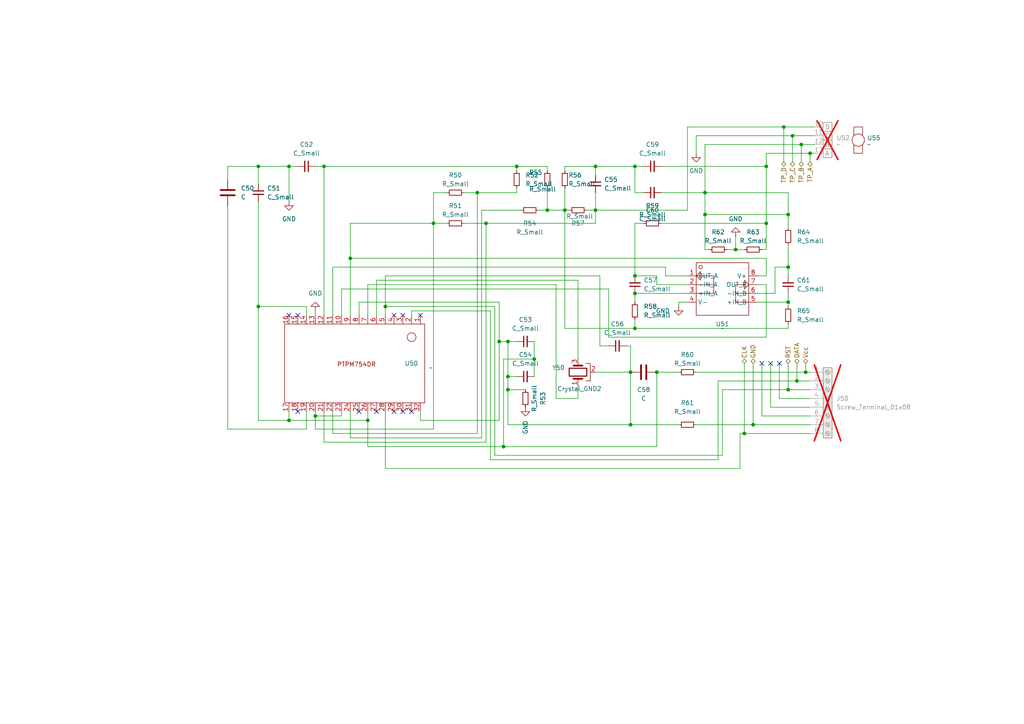
<source format=kicad_sch>
(kicad_sch (version 20250114) (generator "eeschema") (generator_version "9.0")
  (paper "A4")
  (lib_symbols
    (symbol "Connector:Screw_Terminal_01x08" (pin_names (offset 1.016) (hide yes))
      (property "Reference" "J" (at 0 10.16 0))
      (property "Value" "Screw_Terminal_01x08" (at 0 -12.7 0))
      (symbol "Screw_Terminal_01x08_1_1"
        (rectangle (start -1.27 8.89) (end 1.27 -11.43) (stroke (width 0.254)) (fill (type background)))
        (polyline (pts (xy -0.5334 7.9502) (xy 0.3302 7.112)) (stroke (width 0.1524)))
        (polyline (pts (xy -0.5334 5.4102) (xy 0.3302 4.572)) (stroke (width 0.1524)))
        (polyline (pts (xy -0.5334 2.8702) (xy 0.3302 2.032)) (stroke (width 0.1524)))
        (polyline (pts (xy -0.5334 0.3302) (xy 0.3302 -0.508)) (stroke (width 0.1524)))
        (polyline (pts (xy -0.5334 -2.2098) (xy 0.3302 -3.048)) (stroke (width 0.1524)))
        (polyline (pts (xy -0.5334 -4.7498) (xy 0.3302 -5.588)) (stroke (width 0.1524)))
        (polyline (pts (xy -0.5334 -7.2898) (xy 0.3302 -8.128)) (stroke (width 0.1524)))
        (polyline (pts (xy -0.5334 -9.8298) (xy 0.3302 -10.668)) (stroke (width 0.1524)))
        (polyline (pts (xy -0.3556 8.128) (xy 0.508 7.2898)) (stroke (width 0.1524)))
        (polyline (pts (xy -0.3556 5.588) (xy 0.508 4.7498)) (stroke (width 0.1524)))
        (polyline (pts (xy -0.3556 3.048) (xy 0.508 2.2098)) (stroke (width 0.1524)))
        (polyline (pts (xy -0.3556 0.508) (xy 0.508 -0.3302)) (stroke (width 0.1524)))
        (polyline (pts (xy -0.3556 -2.032) (xy 0.508 -2.8702)) (stroke (width 0.1524)))
        (polyline (pts (xy -0.3556 -4.572) (xy 0.508 -5.4102)) (stroke (width 0.1524)))
        (polyline (pts (xy -0.3556 -7.112) (xy 0.508 -7.9502)) (stroke (width 0.1524)))
        (polyline (pts (xy -0.3556 -9.652) (xy 0.508 -10.4902)) (stroke (width 0.1524)))
        (circle (center 0 7.62) (radius 0.635) (stroke (width 0.1524)))
        (circle (center 0 5.08) (radius 0.635) (stroke (width 0.1524)))
        (circle (center 0 2.54) (radius 0.635) (stroke (width 0.1524)))
        (circle (center 0 0) (radius 0.635) (stroke (width 0.1524)))
        (circle (center 0 -2.54) (radius 0.635) (stroke (width 0.1524)))
        (circle (center 0 -5.08) (radius 0.635) (stroke (width 0.1524)))
        (circle (center 0 -7.62) (radius 0.635) (stroke (width 0.1524)))
        (circle (center 0 -10.16) (radius 0.635) (stroke (width 0.1524)))
        (pin passive line (at -5.08 7.62 0) (length 3.81) (name "Pin_1") (number "1"))
        (pin passive line (at -5.08 5.08 0) (length 3.81) (name "Pin_2") (number "2"))
        (pin passive line (at -5.08 2.54 0) (length 3.81) (name "Pin_3") (number "3"))
        (pin passive line (at -5.08 0 0) (length 3.81) (name "Pin_4") (number "4"))
        (pin passive line (at -5.08 -2.54 0) (length 3.81) (name "Pin_5") (number "5"))
        (pin passive line (at -5.08 -5.08 0) (length 3.81) (name "Pin_6") (number "6"))
        (pin passive line (at -5.08 -7.62 0) (length 3.81) (name "Pin_7") (number "7"))
        (pin passive line (at -5.08 -10.16 0) (length 3.81) (name "Pin_8") (number "8"))
      )
    )
    (symbol "Device:C" (pin_numbers (hide yes)) (pin_names (offset 0.254))
      (property "Reference" "C" (at 0.635 2.54 0))
      (property "Value" "C" (at 0.635 -2.54 0))
      (symbol "C_0_1"
        (polyline (pts (xy -2.032 0.762) (xy 2.032 0.762)) (stroke (width 0.508)))
        (polyline (pts (xy -2.032 -0.762) (xy 2.032 -0.762)) (stroke (width 0.508)))
      )
      (symbol "C_1_1"
        (pin passive line (at 0 3.81 270) (length 2.794) (name "~") (number "1"))
        (pin passive line (at 0 -3.81 90) (length 2.794) (name "~") (number "2"))
      )
    )
    (symbol "Device:C_Small" (pin_numbers (hide yes)) (pin_names (offset 0.254) (hide yes))
      (property "Reference" "C" (at 0.254 1.778 0))
      (property "Value" "C_Small" (at 0.254 -2.032 0))
      (symbol "C_Small_0_1"
        (polyline (pts (xy -1.524 0.508) (xy 1.524 0.508)) (stroke (width 0.3048)))
        (polyline (pts (xy -1.524 -0.508) (xy 1.524 -0.508)) (stroke (width 0.3302)))
      )
      (symbol "C_Small_1_1"
        (pin passive line (at 0 2.54 270) (length 2.032) (name "~") (number "1"))
        (pin passive line (at 0 -2.54 90) (length 2.032) (name "~") (number "2"))
      )
    )
    (symbol "Device:Crystal_GND2" (pin_names (offset 1.016) (hide yes))
      (property "Reference" "Y" (at 0 5.715 0))
      (property "Value" "Crystal_GND2" (at 0 3.81 0))
      (symbol "Crystal_GND2_0_1"
        (polyline (pts (xy -2.54 0) (xy -1.905 0)))
        (polyline (pts (xy -2.54 -2.286) (xy -2.54 -3.556) (xy 2.54 -3.556) (xy 2.54 -2.286)))
        (polyline (pts (xy -1.905 -1.27) (xy -1.905 1.27)) (stroke (width 0.508)))
        (rectangle (start -1.143 2.54) (end 1.143 -2.54) (stroke (width 0.3048)))
        (polyline (pts (xy 0 -3.81) (xy 0 -3.556)))
        (polyline (pts (xy 1.905 1.27) (xy 1.905 -1.27)) (stroke (width 0.508)))
        (polyline (pts (xy 1.905 0) (xy 2.54 0)))
      )
      (symbol "Crystal_GND2_1_1"
        (pin passive line (at -3.81 0 0) (length 1.27) (name "1") (number "1"))
        (pin passive line (at 0 -5.08 90) (length 1.27) (name "2") (number "2"))
        (pin passive line (at 3.81 0 180) (length 1.27) (name "3") (number "3"))
      )
    )
    (symbol "Device:R_Small" (pin_numbers (hide yes)) (pin_names (offset 0.254) (hide yes))
      (property "Reference" "R" (at 0.762 0.508 0))
      (property "Value" "R_Small" (at 0.762 -1.016 0))
      (symbol "R_Small_0_1"
        (rectangle (start -0.762 1.778) (end 0.762 -1.778) (stroke (width 0.2032)))
      )
      (symbol "R_Small_1_1"
        (pin passive line (at 0 2.54 270) (length 0.762) (name "~") (number "1"))
        (pin passive line (at 0 -2.54 90) (length 0.762) (name "~") (number "2"))
      )
    )
    (symbol "Trackpoint:Connector"
      (property "Reference" "U" (at -7.112 0 0))
      (symbol "Connector_0_1"
        (rectangle (start -5.08 1.27) (end 5.08 -1.27))
        (rectangle (start -2.54 1.27) (end 0 -1.27))
        (rectangle (start -2.54 -1.27) (end -5.08 1.27))
        (rectangle (start 0 1.27) (end 2.54 -1.27))
        (rectangle (start 2.54 1.27) (end 5.08 -1.27))
      )
      (symbol "Connector_1_1"
        (pin bidirectional line (at -3.81 -3.81 90) (length 2.54) (name "D") (number "10"))
        (pin bidirectional line (at -1.27 -3.81 90) (length 2.54) (name "C") (number "11"))
        (pin bidirectional line (at 1.27 -3.81 90) (length 2.54) (name "B") (number "12"))
        (pin bidirectional line (at 3.81 -3.81 90) (length 2.54) (name "A") (number "13"))
      )
    )
    (symbol "Trackpoint:LMC6032"
      (property "Reference" "U" (at 0 -1.524 0))
      (symbol "LMC6032_0_1"
        (rectangle (start -7.62 11.43) (end 7.62 -3.81))
        (polyline (pts (xy -7.62 5.08) (xy -3.81 5.08) (xy -2.54 5.08) (xy -2.54 7.62) (xy -7.62 7.62) (xy -6.35 8.89) (xy -6.35 6.35) (xy -7.62 7.62)))
        (polyline (pts (xy -7.62 2.54) (xy -2.54 2.54) (xy -2.54 5.08)))
        (circle (center -6.35 10.16) (radius 0.5))
        (polyline (pts (xy 7.62 5.08) (xy 6.35 6.35) (xy 6.35 3.81) (xy 7.62 5.08)))
        (polyline (pts (xy 7.62 2.54) (xy 3.81 2.54) (xy 3.81 5.08) (xy 6.35 5.08)))
        (polyline (pts (xy 7.62 0) (xy 3.81 0) (xy 3.81 2.54)))
      )
      (symbol "LMC6032_1_1"
        (pin output line (at -10.16 7.62 0) (length 2.54) (name "OUT_A") (number "1"))
        (pin input line (at -10.16 5.08 0) (length 2.54) (name "-IN_A") (number "2"))
        (pin input line (at -10.16 2.54 0) (length 2.54) (name "+IN_A") (number "3"))
        (pin power_in line (at -10.16 0 0) (length 2.54) (name "V-") (number "4"))
        (pin power_in line (at 10.16 7.62 180) (length 2.54) (name "V+") (number "8"))
        (pin output line (at 10.16 5.08 180) (length 2.54) (name "OUT_B") (number "7"))
        (pin input line (at 10.16 2.54 180) (length 2.54) (name "-IN_B") (number "6"))
        (pin input line (at 10.16 0 180) (length 2.54) (name "+IN_B") (number "5"))
      )
    )
    (symbol "Trackpoint:PTPM754DR"
      (property "Reference" "U" (at 0 -2.286 0))
      (symbol "PTPM754DR_0_1"
        (rectangle (start -20.32 11.43) (end 20.32 -11.43))
        (arc (start 15.24 7.62) (mid 15.612 8.518) (end 16.51 8.89))
        (arc (start 16.51 8.89) (mid 17.408 8.518) (end 17.78 7.62))
        (arc (start 16.51 6.35) (mid 15.612 6.722) (end 15.24 7.62))
        (arc (start 17.78 7.62) (mid 17.408 6.722) (end 16.51 6.35))
      )
      (symbol "PTPM754DR_1_1"
        (text "PTPM754DR" (at 0.508 -0.254 0) (effects (font (size 1.27 1.27))))
        (pin bidirectional line (at -19.05 13.97 270) (length 2.54) (name "") (number "16"))
        (pin bidirectional line (at -19.05 -13.97 90) (length 2.54) (name "") (number "17"))
        (pin bidirectional line (at -16.51 13.97 270) (length 2.54) (name "") (number "15"))
        (pin bidirectional line (at -16.51 -13.97 90) (length 2.54) (name "") (number "18"))
        (pin bidirectional line (at -13.97 13.97 270) (length 2.54) (name "") (number "14"))
        (pin bidirectional line (at -13.97 -13.97 90) (length 2.54) (name "") (number "19"))
        (pin bidirectional line (at -11.43 13.97 270) (length 2.54) (name "") (number "13"))
        (pin bidirectional line (at -11.43 -13.97 90) (length 2.54) (name "") (number "20"))
        (pin bidirectional line (at -8.89 13.97 270) (length 2.54) (name "") (number "12"))
        (pin bidirectional line (at -8.89 -13.97 90) (length 2.54) (name "") (number "21"))
        (pin bidirectional line (at -6.35 13.97 270) (length 2.54) (name "") (number "11"))
        (pin bidirectional line (at -6.35 -13.97 90) (length 2.54) (name "") (number "22"))
        (pin bidirectional line (at -3.81 13.97 270) (length 2.54) (name "") (number "10"))
        (pin bidirectional line (at -3.81 -13.97 90) (length 2.54) (name "") (number "23"))
        (pin bidirectional line (at -1.27 13.97 270) (length 2.54) (name "") (number "9"))
        (pin bidirectional line (at -1.27 -13.97 90) (length 2.54) (name "") (number "24"))
        (pin bidirectional line (at 1.27 13.97 270) (length 2.54) (name "") (number "8"))
        (pin bidirectional line (at 1.27 -13.97 90) (length 2.54) (name "") (number "25"))
        (pin bidirectional line (at 3.81 13.97 270) (length 2.54) (name "") (number "7"))
        (pin bidirectional line (at 3.81 -13.97 90) (length 2.54) (name "") (number "26"))
        (pin bidirectional line (at 6.35 13.97 270) (length 2.54) (name "") (number "6"))
        (pin bidirectional line (at 6.35 -13.97 90) (length 2.54) (name "") (number "27"))
        (pin bidirectional line (at 8.89 13.97 270) (length 2.54) (name "") (number "5"))
        (pin bidirectional line (at 8.89 -13.97 90) (length 2.54) (name "") (number "28"))
        (pin bidirectional line (at 11.43 13.97 270) (length 2.54) (name "") (number "4"))
        (pin bidirectional line (at 11.43 -13.97 90) (length 2.54) (name "") (number "29"))
        (pin bidirectional line (at 13.97 13.97 270) (length 2.54) (name "") (number "3"))
        (pin bidirectional line (at 13.97 -13.97 90) (length 2.54) (name "") (number "30"))
        (pin bidirectional line (at 16.51 13.97 270) (length 2.54) (name "") (number "2"))
        (pin bidirectional line (at 16.51 -13.97 90) (length 2.54) (name "") (number "31"))
        (pin bidirectional line (at 19.05 13.97 270) (length 2.54) (name "") (number "1"))
        (pin bidirectional line (at 19.05 -13.97 90) (length 2.54) (name "") (number "32"))
      )
    )
    (symbol "Trackpoint:Sensor"
      (property "Reference" "U" (at 0 0 0))
      (symbol "Sensor_0_1"
        (polyline (pts (xy -1.27 -1.27) (xy -1.27 -3.81) (xy 1.27 -3.81) (xy 1.27 -1.27)))
        (circle (center 0 0) (radius 1.7961))
        (polyline (pts (xy 1.27 1.27) (xy 1.27 3.81) (xy -1.27 3.81) (xy -1.27 1.27)))
      )
    )
    (symbol "power:GND" (power) (pin_numbers (hide yes)) (pin_names (offset 0) (hide yes))
      (property "Value" "GND" (at 0 -3.81 0))
      (symbol "GND_0_1"
        (polyline (pts (xy 0 0) (xy 0 -1.27) (xy 1.27 -1.27) (xy 0 -2.54) (xy -1.27 -1.27) (xy 0 -1.27)))
      )
      (symbol "GND_1_1"
        (pin power_in line (at 0 0 270) (length 0) (name "~") (number "1"))
      )
    )
  )
  (junction (at 222.25 48.26))
  (junction (at 149.86 48.26))
  (junction (at 83.82 121.92))
  (junction (at 228.6 62.23))
  (junction (at 83.82 48.26))
  (junction (at 144.78 99.06))
  (junction (at 158.75 60.96))
  (junction (at 111.76 88.9))
  (junction (at 184.15 80.01))
  (junction (at 93.98 48.26))
  (junction (at 140.97 64.77))
  (junction (at 147.32 99.06))
  (junction (at 101.6 74.93))
  (junction (at 182.88 107.95))
  (junction (at 184.15 48.26))
  (junction (at 74.93 48.26))
  (junction (at 154.94 104.14))
  (junction (at 163.83 60.96))
  (junction (at 147.32 113.03))
  (junction (at 184.15 85.09))
  (junction (at 190.5 107.95))
  (junction (at 74.93 88.9))
  (junction (at 233.68 107.95))
  (junction (at 204.47 62.23))
  (junction (at 125.73 64.77))
  (junction (at 91.44 120.65))
  (junction (at 228.6 77.47))
  (junction (at 184.15 95.25))
  (junction (at 172.72 60.96))
  (junction (at 172.72 48.26))
  (junction (at 106.68 121.92))
  (junction (at 229.87 39.37))
  (junction (at 228.6 113.03))
  (junction (at 182.88 123.19))
  (junction (at 228.6 87.63))
  (junction (at 222.25 64.77))
  (junction (at 234.95 44.45))
  (junction (at 213.36 72.39))
  (junction (at 215.9 125.73))
  (junction (at 147.32 109.22))
  (junction (at 232.41 41.91))
  (junction (at 146.05 129.54))
  (junction (at 218.44 123.19))
  (junction (at 138.43 55.88))
  (junction (at 204.47 55.88))
  (junction (at 231.14 110.49))
  (junction (at 227.33 36.83))
  (no_connect (at 119.38 119.38))
  (no_connect (at 109.22 119.38))
  (no_connect (at 116.84 91.44))
  (no_connect (at 220.98 105.41))
  (no_connect (at 116.84 119.38))
  (no_connect (at 121.92 91.44))
  (no_connect (at 86.36 119.38))
  (no_connect (at 83.82 91.44))
  (no_connect (at 223.52 105.41))
  (no_connect (at 104.14 119.38))
  (no_connect (at 226.06 105.41))
  (no_connect (at 114.3 119.38))
  (no_connect (at 114.3 91.44))
  (no_connect (at 86.36 91.44))
  (wire (pts (xy 149.86 99.06) (xy 147.32 99.06)))
  (wire (pts (xy 146.05 129.54) (xy 146.05 104.14)))
  (wire (pts (xy 172.72 55.88) (xy 172.72 60.96)))
  (wire (pts (xy 101.6 127) (xy 139.7 127)))
  (wire (pts (xy 172.72 107.95) (xy 182.88 107.95)))
  (wire (pts (xy 201.93 123.19) (xy 218.44 123.19)))
  (wire (pts (xy 129.54 64.77) (xy 125.73 64.77)))
  (wire (pts (xy 147.32 113.03) (xy 147.32 123.19)))
  (wire (pts (xy 229.87 39.37) (xy 236.22 39.37)))
  (wire (pts (xy 147.32 123.19) (xy 182.88 123.19)))
  (wire (pts (xy 66.04 48.26) (xy 66.04 52.07)))
  (wire (pts (xy 182.88 107.95) (xy 182.88 123.19)))
  (wire (pts (xy 143.51 88.9) (xy 143.51 132.08)))
  (wire (pts (xy 199.39 36.83) (xy 227.33 36.83)))
  (wire (pts (xy 228.6 55.88) (xy 228.6 62.23)))
  (wire (pts (xy 154.94 99.06) (xy 154.94 104.14)))
  (wire (pts (xy 220.98 105.41) (xy 220.98 120.65)))
  (wire (pts (xy 93.98 119.38) (xy 93.98 128.27)))
  (wire (pts (xy 104.14 91.44) (xy 104.14 87.63)))
  (wire (pts (xy 146.05 104.14) (xy 154.94 104.14)))
  (wire (pts (xy 165.1 60.96) (xy 163.83 60.96)))
  (wire (pts (xy 215.9 125.73) (xy 234.95 125.73)))
  (wire (pts (xy 199.39 36.83) (xy 199.39 60.96)))
  (wire (pts (xy 222.25 80.01) (xy 219.71 80.01)))
  (wire (pts (xy 149.86 55.88) (xy 149.86 54.61)))
  (wire (pts (xy 226.06 105.41) (xy 226.06 115.57)))
  (wire (pts (xy 152.4 113.03) (xy 147.32 113.03)))
  (wire (pts (xy 167.64 115.57) (xy 167.64 111.76)))
  (wire (pts (xy 140.97 64.77) (xy 140.97 128.27)))
  (wire (pts (xy 204.47 72.39) (xy 205.74 72.39)))
  (wire (pts (xy 104.14 87.63) (xy 144.78 87.63)))
  (wire (pts (xy 147.32 109.22) (xy 147.32 113.03)))
  (wire (pts (xy 184.15 87.63) (xy 184.15 85.09)))
  (wire (pts (xy 158.75 49.53) (xy 158.75 48.26)))
  (wire (pts (xy 201.93 39.37) (xy 229.87 39.37)))
  (wire (pts (xy 228.6 88.9) (xy 228.6 87.63)))
  (wire (pts (xy 234.95 115.57) (xy 226.06 115.57)))
  (wire (pts (xy 101.6 91.44) (xy 101.6 74.93)))
  (wire (pts (xy 74.93 48.26) (xy 83.82 48.26)))
  (wire (pts (xy 167.64 81.28) (xy 109.22 81.28)))
  (wire (pts (xy 218.44 123.19) (xy 234.95 123.19)))
  (wire (pts (xy 184.15 92.71) (xy 184.15 95.25)))
  (wire (pts (xy 144.78 99.06) (xy 144.78 121.92)))
  (wire (pts (xy 158.75 48.26) (xy 149.86 48.26)))
  (wire (pts (xy 163.83 48.26) (xy 172.72 48.26)))
  (wire (pts (xy 220.98 120.65) (xy 234.95 120.65)))
  (wire (pts (xy 147.32 99.06) (xy 147.32 109.22)))
  (wire (pts (xy 99.06 120.65) (xy 99.06 119.38)))
  (wire (pts (xy 184.15 55.88) (xy 184.15 48.26)))
  (wire (pts (xy 204.47 72.39) (xy 204.47 62.23)))
  (wire (pts (xy 172.72 60.96) (xy 170.18 60.96)))
  (wire (pts (xy 101.6 74.93) (xy 222.25 74.93)))
  (wire (pts (xy 204.47 41.91) (xy 232.41 41.91)))
  (wire (pts (xy 228.6 95.25) (xy 228.6 93.98)))
  (wire (pts (xy 222.25 97.79) (xy 222.25 82.55)))
  (wire (pts (xy 193.04 80.01) (xy 199.39 80.01)))
  (wire (pts (xy 96.52 77.47) (xy 193.04 77.47)))
  (wire (pts (xy 88.9 119.38) (xy 88.9 124.46)))
  (wire (pts (xy 232.41 41.91) (xy 236.22 41.91)))
  (wire (pts (xy 190.5 82.55) (xy 199.39 82.55)))
  (wire (pts (xy 125.73 64.77) (xy 125.73 124.46)))
  (wire (pts (xy 209.55 113.03) (xy 228.6 113.03)))
  (wire (pts (xy 214.63 125.73) (xy 215.9 125.73)))
  (wire (pts (xy 204.47 62.23) (xy 204.47 55.88)))
  (wire (pts (xy 88.9 124.46) (xy 66.04 124.46)))
  (wire (pts (xy 91.44 124.46) (xy 125.73 124.46)))
  (wire (pts (xy 93.98 48.26) (xy 93.98 91.44)))
  (wire (pts (xy 158.75 54.61) (xy 158.75 60.96)))
  (wire (pts (xy 134.62 64.77) (xy 140.97 64.77)))
  (wire (pts (xy 234.95 107.95) (xy 233.68 107.95)))
  (wire (pts (xy 74.93 58.42) (xy 74.93 88.9)))
  (wire (pts (xy 232.41 41.91) (xy 232.41 46.99)))
  (wire (pts (xy 167.64 81.28) (xy 167.64 104.14)))
  (wire (pts (xy 111.76 80.01) (xy 111.76 88.9)))
  (wire (pts (xy 234.95 44.45) (xy 236.22 44.45)))
  (wire (pts (xy 129.54 55.88) (xy 125.73 55.88)))
  (wire (pts (xy 88.9 88.9) (xy 88.9 91.44)))
  (wire (pts (xy 172.72 48.26) (xy 184.15 48.26)))
  (wire (pts (xy 172.72 60.96) (xy 199.39 60.96)))
  (wire (pts (xy 196.85 87.63) (xy 199.39 87.63)))
  (wire (pts (xy 229.87 39.37) (xy 229.87 46.99)))
  (wire (pts (xy 173.99 80.01) (xy 111.76 80.01)))
  (wire (pts (xy 204.47 62.23) (xy 228.6 62.23)))
  (wire (pts (xy 91.44 120.65) (xy 91.44 124.46)))
  (wire (pts (xy 173.99 100.33) (xy 173.99 80.01)))
  (wire (pts (xy 224.79 77.47) (xy 228.6 77.47)))
  (wire (pts (xy 213.36 72.39) (xy 215.9 72.39)))
  (wire (pts (xy 146.05 129.54) (xy 190.5 129.54)))
  (wire (pts (xy 233.68 105.41) (xy 233.68 107.95)))
  (wire (pts (xy 106.68 119.38) (xy 106.68 121.92)))
  (wire (pts (xy 121.92 121.92) (xy 144.78 121.92)))
  (wire (pts (xy 234.95 44.45) (xy 234.95 46.99)))
  (wire (pts (xy 176.53 100.33) (xy 173.99 100.33)))
  (wire (pts (xy 196.85 88.9) (xy 196.85 87.63)))
  (wire (pts (xy 222.25 64.77) (xy 222.25 72.39)))
  (wire (pts (xy 182.88 107.95) (xy 182.88 100.33)))
  (wire (pts (xy 222.25 74.93) (xy 222.25 80.01)))
  (wire (pts (xy 106.68 82.55) (xy 106.68 91.44)))
  (wire (pts (xy 91.44 48.26) (xy 93.98 48.26)))
  (wire (pts (xy 172.72 48.26) (xy 172.72 50.8)))
  (wire (pts (xy 184.15 85.09) (xy 199.39 85.09)))
  (wire (pts (xy 227.33 36.83) (xy 236.22 36.83)))
  (wire (pts (xy 96.52 91.44) (xy 96.52 77.47)))
  (wire (pts (xy 176.53 83.82) (xy 176.53 97.79)))
  (wire (pts (xy 191.77 64.77) (xy 222.25 64.77)))
  (wire (pts (xy 184.15 80.01) (xy 190.5 80.01)))
  (wire (pts (xy 93.98 128.27) (xy 140.97 128.27)))
  (wire (pts (xy 138.43 55.88) (xy 138.43 125.73)))
  (wire (pts (xy 172.72 60.96) (xy 172.72 64.77)))
  (wire (pts (xy 190.5 107.95) (xy 196.85 107.95)))
  (wire (pts (xy 163.83 48.26) (xy 163.83 49.53)))
  (wire (pts (xy 181.61 100.33) (xy 182.88 100.33)))
  (wire (pts (xy 219.71 87.63) (xy 228.6 87.63)))
  (wire (pts (xy 161.29 82.55) (xy 161.29 115.57)))
  (wire (pts (xy 109.22 81.28) (xy 109.22 91.44)))
  (wire (pts (xy 228.6 85.09) (xy 228.6 87.63)))
  (wire (pts (xy 96.52 119.38) (xy 96.52 125.73)))
  (wire (pts (xy 83.82 48.26) (xy 86.36 48.26)))
  (wire (pts (xy 186.69 48.26) (xy 184.15 48.26)))
  (wire (pts (xy 111.76 135.89) (xy 214.63 135.89)))
  (wire (pts (xy 223.52 105.41) (xy 223.52 118.11)))
  (wire (pts (xy 224.79 85.09) (xy 224.79 77.47)))
  (wire (pts (xy 193.04 77.47) (xy 193.04 80.01)))
  (wire (pts (xy 140.97 64.77) (xy 172.72 64.77)))
  (wire (pts (xy 218.44 105.41) (xy 218.44 123.19)))
  (wire (pts (xy 176.53 97.79) (xy 222.25 97.79)))
  (wire (pts (xy 74.93 48.26) (xy 74.93 53.34)))
  (wire (pts (xy 74.93 88.9) (xy 74.93 121.92)))
  (wire (pts (xy 106.68 121.92) (xy 106.68 129.54)))
  (wire (pts (xy 144.78 87.63) (xy 144.78 99.06)))
  (wire (pts (xy 83.82 121.92) (xy 106.68 121.92)))
  (wire (pts (xy 222.25 82.55) (xy 219.71 82.55)))
  (wire (pts (xy 233.68 107.95) (xy 201.93 107.95)))
  (wire (pts (xy 74.93 121.92) (xy 83.82 121.92)))
  (wire (pts (xy 222.25 72.39) (xy 220.98 72.39)))
  (wire (pts (xy 121.92 121.92) (xy 121.92 119.38)))
  (wire (pts (xy 214.63 135.89) (xy 214.63 125.73)))
  (wire (pts (xy 111.76 119.38) (xy 111.76 135.89)))
  (wire (pts (xy 144.78 99.06) (xy 147.32 99.06)))
  (wire (pts (xy 190.5 80.01) (xy 190.5 82.55)))
  (wire (pts (xy 154.94 104.14) (xy 154.94 109.22)))
  (wire (pts (xy 91.44 119.38) (xy 91.44 120.65)))
  (wire (pts (xy 111.76 88.9) (xy 143.51 88.9)))
  (wire (pts (xy 184.15 95.25) (xy 228.6 95.25)))
  (wire (pts (xy 209.55 132.08) (xy 209.55 113.03)))
  (wire (pts (xy 99.06 83.82) (xy 176.53 83.82)))
  (wire (pts (xy 161.29 115.57) (xy 167.64 115.57)))
  (wire (pts (xy 119.38 90.17) (xy 142.24 90.17)))
  (wire (pts (xy 231.14 110.49) (xy 234.95 110.49)))
  (wire (pts (xy 219.71 85.09) (xy 224.79 85.09)))
  (wire (pts (xy 163.83 54.61) (xy 163.83 60.96)))
  (wire (pts (xy 228.6 71.12) (xy 228.6 77.47)))
  (wire (pts (xy 149.86 109.22) (xy 147.32 109.22)))
  (wire (pts (xy 139.7 127) (xy 139.7 60.96)))
  (wire (pts (xy 201.93 44.45) (xy 201.93 39.37)))
  (wire (pts (xy 228.6 105.41) (xy 228.6 113.03)))
  (wire (pts (xy 191.77 48.26) (xy 222.25 48.26)))
  (wire (pts (xy 182.88 123.19) (xy 196.85 123.19)))
  (wire (pts (xy 156.21 60.96) (xy 158.75 60.96)))
  (wire (pts (xy 66.04 59.69) (xy 66.04 124.46)))
  (wire (pts (xy 213.36 68.58) (xy 213.36 72.39)))
  (wire (pts (xy 83.82 58.42) (xy 83.82 48.26)))
  (wire (pts (xy 222.25 48.26) (xy 222.25 44.45)))
  (wire (pts (xy 125.73 55.88) (xy 125.73 64.77)))
  (wire (pts (xy 208.28 110.49) (xy 231.14 110.49)))
  (wire (pts (xy 208.28 133.35) (xy 208.28 110.49)))
  (wire (pts (xy 228.6 113.03) (xy 234.95 113.03)))
  (wire (pts (xy 204.47 41.91) (xy 204.47 55.88)))
  (wire (pts (xy 91.44 120.65) (xy 99.06 120.65)))
  (wire (pts (xy 228.6 55.88) (xy 204.47 55.88)))
  (wire (pts (xy 227.33 36.83) (xy 227.33 46.99)))
  (wire (pts (xy 191.77 55.88) (xy 204.47 55.88)))
  (wire (pts (xy 99.06 91.44) (xy 99.06 83.82)))
  (wire (pts (xy 184.15 64.77) (xy 184.15 80.01)))
  (wire (pts (xy 101.6 64.77) (xy 101.6 74.93)))
  (wire (pts (xy 158.75 60.96) (xy 163.83 60.96)))
  (wire (pts (xy 186.69 64.77) (xy 184.15 64.77)))
  (wire (pts (xy 163.83 95.25) (xy 184.15 95.25)))
  (wire (pts (xy 223.52 118.11) (xy 234.95 118.11)))
  (wire (pts (xy 106.68 129.54) (xy 146.05 129.54)))
  (wire (pts (xy 119.38 91.44) (xy 119.38 90.17)))
  (wire (pts (xy 142.24 133.35) (xy 208.28 133.35)))
  (wire (pts (xy 143.51 132.08) (xy 209.55 132.08)))
  (wire (pts (xy 210.82 72.39) (xy 213.36 72.39)))
  (wire (pts (xy 222.25 48.26) (xy 222.25 64.77)))
  (wire (pts (xy 149.86 49.53) (xy 149.86 48.26)))
  (wire (pts (xy 74.93 88.9) (xy 88.9 88.9)))
  (wire (pts (xy 186.69 55.88) (xy 184.15 55.88)))
  (wire (pts (xy 101.6 119.38) (xy 101.6 127)))
  (wire (pts (xy 96.52 125.73) (xy 138.43 125.73)))
  (wire (pts (xy 190.5 107.95) (xy 190.5 129.54)))
  (wire (pts (xy 139.7 60.96) (xy 151.13 60.96)))
  (wire (pts (xy 163.83 60.96) (xy 163.83 95.25)))
  (wire (pts (xy 231.14 105.41) (xy 231.14 110.49)))
  (wire (pts (xy 93.98 48.26) (xy 149.86 48.26)))
  (wire (pts (xy 215.9 105.41) (xy 215.9 125.73)))
  (wire (pts (xy 161.29 82.55) (xy 106.68 82.55)))
  (wire (pts (xy 134.62 55.88) (xy 138.43 55.88)))
  (wire (pts (xy 83.82 119.38) (xy 83.82 121.92)))
  (wire (pts (xy 66.04 48.26) (xy 74.93 48.26)))
  (wire (pts (xy 142.24 90.17) (xy 142.24 133.35)))
  (wire (pts (xy 91.44 90.17) (xy 91.44 91.44)))
  (wire (pts (xy 111.76 91.44) (xy 111.76 88.9)))
  (wire (pts (xy 125.73 64.77) (xy 101.6 64.77)))
  (wire (pts (xy 222.25 44.45) (xy 234.95 44.45)))
  (wire (pts (xy 138.43 55.88) (xy 149.86 55.88)))
  (wire (pts (xy 228.6 80.01) (xy 228.6 77.47)))
  (wire (pts (xy 228.6 66.04) (xy 228.6 62.23)))
  (hierarchical_label "RST" (shape bidirectional) (at 228.6 105.41 90))
  (hierarchical_label "GND" (shape bidirectional) (at 218.44 105.41 90))
  (hierarchical_label "TP_D" (shape bidirectional) (at 227.33 46.99 270))
  (hierarchical_label "CLK" (shape bidirectional) (at 215.9 105.41 90))
  (hierarchical_label "Vcc" (shape bidirectional) (at 233.68 105.41 90))
  (hierarchical_label "TP_A" (shape bidirectional) (at 234.95 46.99 270))
  (hierarchical_label "DATA" (shape bidirectional) (at 231.14 105.41 90))
  (hierarchical_label "TP_C" (shape bidirectional) (at 229.87 46.99 270))
  (hierarchical_label "TP_B" (shape bidirectional) (at 232.41 46.99 270))
  (symbol (lib_id "Device:R_Small") (at 189.23 64.77 270) (unit 1)
    (property "Reference" "R59" (at 189.23 59.69 90))
    (property "Value" "R_Small" (at 189.23 62.23 90))
    (property "Footprint" "Resistor_SMD:R_0402_1005Metric" (effects (hide yes)))
    (property "Description" "Resistor, small symbol" (effects (hide yes)))
  )
  (symbol (lib_id "Device:R_Small") (at 149.86 52.07 180) (unit 1)
    (property "Reference" "R52" (at 152.4 50.7999 0) (effects (justify right)))
    (property "Value" "R_Small" (at 152.4 53.3399 0) (effects (justify right)))
    (property "Footprint" "Resistor_SMD:R_0402_1005Metric" (effects (hide yes)))
    (property "Description" "Resistor, small symbol" (effects (hide yes)))
  )
  (symbol (lib_id "Device:C_Small") (at 88.9 48.26 270) (unit 1)
    (property "Reference" "C52" (at 88.8936 41.91 90))
    (property "Value" "C_Small" (at 88.8936 44.45 90))
    (property "Footprint" "Capacitor_SMD:C_0603_1608Metric" (effects (hide yes)))
    (property "Description" "Unpolarized capacitor, small symbol" (effects (hide yes)))
  )
  (symbol (lib_id "Device:R_Small") (at 218.44 72.39 270) (unit 1)
    (property "Reference" "R63" (at 218.44 67.31 90))
    (property "Value" "R_Small" (at 218.44 69.85 90))
    (property "Footprint" "Resistor_SMD:R_0603_1608Metric" (effects (hide yes)))
    (property "Description" "Resistor, small symbol" (effects (hide yes)))
  )
  (symbol (lib_id "Device:R_Small") (at 158.75 52.07 180) (unit 1)
    (property "Reference" "R55" (at 153.416 50.038 0) (effects (justify right)))
    (property "Value" "R_Small" (at 153.416 54.864 0) (effects (justify right)))
    (property "Footprint" "Resistor_SMD:R_0402_1005Metric" (effects (hide yes)))
    (property "Description" "Resistor, small symbol" (effects (hide yes)))
  )
  (symbol (lib_id "Device:C_Small") (at 189.23 48.26 90) (unit 1)
    (property "Reference" "C59" (at 189.2363 41.91 90))
    (property "Value" "C_Small" (at 189.2363 44.45 90))
    (property "Footprint" "Capacitor_SMD:C_0402_1005Metric" (effects (hide yes)))
    (property "Description" "Unpolarized capacitor, small symbol" (effects (hide yes)))
  )
  (symbol (lib_id "Trackpoint:PTPM754DR") (at 102.87 105.41 0) (unit 1)
    (property "Reference" "U50" (at 117.348 105.41 0) (effects (justify left)))
    (property "Value" "~" (at 124.46 106.68 0) (effects (justify left)))
    (property "Footprint" "Trackpoint:SSOP-32_6.1x11mm_P0.65mm" (effects (hide yes)))
  )
  (symbol (lib_id "Device:R_Small") (at 132.08 64.77 90) (unit 1)
    (property "Reference" "R51" (at 132.08 59.69 90))
    (property "Value" "R_Small" (at 132.08 62.23 90))
    (property "Footprint" "Resistor_SMD:R_0402_1005Metric" (effects (hide yes)))
    (property "Description" "Resistor, small symbol" (effects (hide yes)))
  )
  (symbol (lib_id "power:GND") (at 196.85 88.9 0) (unit 1)
    (property "Reference" "#PWR053" (effects (hide yes)))
    (property "Value" "GND" (at 194.31 90.1699 0) (effects (justify right)))
    (property "Description" "Power symbol creates a global label with name \"GND\" , ground" (effects (hide yes)))
  )
  (symbol (lib_id "Device:R_Small") (at 199.39 123.19 270) (unit 1)
    (property "Reference" "R61" (at 199.39 116.84 90))
    (property "Value" "R_Small" (at 199.39 119.38 90))
    (property "Footprint" "Resistor_SMD:R_0402_1005Metric" (effects (hide yes)))
    (property "Description" "Resistor, small symbol" (effects (hide yes)))
  )
  (symbol (lib_id "Device:R_Small") (at 153.67 60.96 270) (unit 1)
    (property "Reference" "R54" (at 153.67 64.77 90))
    (property "Value" "R_Small" (at 153.67 67.31 90))
    (property "Footprint" "Resistor_SMD:R_0402_1005Metric" (effects (hide yes)))
    (property "Description" "Resistor, small symbol" (effects (hide yes)))
  )
  (symbol (lib_id "Device:C_Small") (at 172.72 53.34 0) (unit 1)
    (property "Reference" "C55" (at 175.26 52.0762 0) (effects (justify left)))
    (property "Value" "C_Small" (at 175.26 54.6162 0) (effects (justify left)))
    (property "Footprint" "Capacitor_SMD:C_0402_1005Metric" (effects (hide yes)))
    (property "Description" "Unpolarized capacitor, small symbol" (effects (hide yes)))
  )
  (symbol (lib_id "Connector:Screw_Terminal_01x08") (at 240.03 115.57 0) (unit 1) (in_bom no) (on_board no) (dnp yes)
    (property "Reference" "J50" (at 242.57 115.5699 0) (effects (justify left)))
    (property "Value" "Screw_Terminal_01x08" (at 242.57 118.1099 0) (effects (justify left)))
    (property "Footprint" "Trackpoint:FPC_Connector" (effects (hide yes)))
    (property "Description" "Generic screw terminal, single row, 01x08, script generated (kicad-library-utils/schlib/autogen/connector/)" (effects (hide yes)))
  )
  (symbol (lib_id "power:GND") (at 83.82 58.42 0) (unit 1)
    (property "Reference" "#PWR050" (effects (hide yes)))
    (property "Value" "GND" (at 83.82 63.5 0))
    (property "Description" "Power symbol creates a global label with name \"GND\" , ground" (effects (hide yes)))
  )
  (symbol (lib_id "Device:R_Small") (at 163.83 52.07 180) (unit 1)
    (property "Reference" "R56" (at 164.846 50.8 0) (effects (justify right)))
    (property "Value" "R_Small" (at 164.846 53.34 0) (effects (justify right)))
    (property "Footprint" "Resistor_SMD:R_0402_1005Metric" (effects (hide yes)))
    (property "Description" "Resistor, small symbol" (effects (hide yes)))
  )
  (symbol (lib_id "Device:C_Small") (at 228.6 82.55 180) (unit 1)
    (property "Reference" "C61" (at 231.14 81.2735 0) (effects (justify right)))
    (property "Value" "C_Small" (at 231.14 83.8135 0) (effects (justify right)))
    (property "Footprint" "Capacitor_SMD:C_0402_1005Metric" (effects (hide yes)))
    (property "Description" "Unpolarized capacitor, small symbol" (effects (hide yes)))
  )
  (symbol (lib_id "power:GND") (at 213.36 68.58 180) (unit 1)
    (property "Reference" "#PWR055" (effects (hide yes)))
    (property "Value" "GND" (at 213.36 63.5 0))
    (property "Description" "Power symbol creates a global label with name \"GND\" , ground" (effects (hide yes)))
  )
  (symbol (lib_id "Device:R_Small") (at 167.64 60.96 270) (unit 1)
    (property "Reference" "R57" (at 167.64 64.77 90))
    (property "Value" "R_Small" (at 168.148 62.738 90))
    (property "Footprint" "Resistor_SMD:R_0402_1005Metric" (effects (hide yes)))
    (property "Description" "Resistor, small symbol" (effects (hide yes)))
  )
  (symbol (lib_id "Device:R_Small") (at 152.4 115.57 180) (unit 1)
    (property "Reference" "R53" (at 157.48 115.57 90))
    (property "Value" "R_Small" (at 154.94 115.57 90))
    (property "Footprint" "Resistor_SMD:R_0402_1005Metric" (effects (hide yes)))
    (property "Description" "Resistor, small symbol" (effects (hide yes)))
  )
  (symbol (lib_id "Device:C") (at 186.69 107.95 90) (unit 1)
    (property "Reference" "C58" (at 186.69 113.03 90))
    (property "Value" "C" (at 186.69 115.57 90))
    (property "Footprint" "Capacitor_SMD:C_0805_2012Metric" (effects (hide yes)))
    (property "Description" "Unpolarized capacitor" (effects (hide yes)))
  )
  (symbol (lib_id "Device:Crystal_GND2") (at 167.64 107.95 90) (unit 1)
    (property "Reference" "Y50" (at 163.83 106.6799 90) (effects (justify left)))
    (property "Value" "Crystal_GND2" (at 174.498 112.776 90) (effects (justify left)))
    (property "Footprint" "Trackpoint:Crystal_SMD 3pin" (effects (hide yes)))
    (property "Description" "Three pin crystal, GND on pin 2" (effects (hide yes)))
  )
  (symbol (lib_id "Device:C_Small") (at 179.07 100.33 90) (mirror x) (unit 1)
    (property "Reference" "C56" (at 179.0764 93.98 90))
    (property "Value" "C_Small" (at 179.0764 96.52 90))
    (property "Footprint" "Capacitor_SMD:C_0402_1005Metric" (effects (hide yes)))
    (property "Description" "Unpolarized capacitor, small symbol" (effects (hide yes)))
  )
  (symbol (lib_id "power:GND") (at 152.4 118.11 0) (unit 1)
    (property "Reference" "#PWR052" (effects (hide yes)))
    (property "Value" "GND" (at 152.4001 121.92 90) (effects (justify right)))
    (property "Description" "Power symbol creates a global label with name \"GND\" , ground" (effects (hide yes)))
  )
  (symbol (lib_id "Trackpoint:LMC6032") (at 209.55 87.63 0) (unit 1)
    (property "Reference" "U51" (at 209.55 93.98 0))
    (property "Value" "~" (at 209.55 95.25 0))
    (property "Footprint" "Package_SO:MSOP-8_3x3mm_P0.65mm" (effects (hide yes)))
  )
  (symbol (lib_id "Device:R_Small") (at 199.39 107.95 270) (unit 1)
    (property "Reference" "R60" (at 199.39 102.87 90))
    (property "Value" "R_Small" (at 199.39 105.41 90))
    (property "Footprint" "Resistor_SMD:R_0402_1005Metric" (effects (hide yes)))
    (property "Description" "Resistor, small symbol" (effects (hide yes)))
  )
  (symbol (lib_id "Device:C") (at 66.04 55.88 180) (unit 1)
    (property "Reference" "C50" (at 69.85 54.6099 0) (effects (justify right)))
    (property "Value" "C" (at 69.85 57.1499 0) (effects (justify right)))
    (property "Footprint" "Capacitor_SMD:C_0805_2012Metric" (effects (hide yes)))
    (property "Description" "Unpolarized capacitor" (effects (hide yes)))
  )
  (symbol (lib_id "Device:C_Small") (at 184.15 82.55 180) (unit 1)
    (property "Reference" "C57" (at 186.69 81.2735 0) (effects (justify right)))
    (property "Value" "C_Small" (at 186.69 83.8135 0) (effects (justify right)))
    (property "Footprint" "Capacitor_SMD:C_0402_1005Metric" (effects (hide yes)))
    (property "Description" "Unpolarized capacitor, small symbol" (effects (hide yes)))
  )
  (symbol (lib_id "power:GND") (at 91.44 90.17 180) (unit 1)
    (property "Reference" "#PWR051" (effects (hide yes)))
    (property "Value" "GND" (at 91.44 85.09 0))
    (property "Description" "Power symbol creates a global label with name \"GND\" , ground" (effects (hide yes)))
  )
  (symbol (lib_id "Device:R_Small") (at 228.6 68.58 0) (unit 1)
    (property "Reference" "R64" (at 231.14 67.3099 0) (effects (justify left)))
    (property "Value" "R_Small" (at 231.14 69.8499 0) (effects (justify left)))
    (property "Footprint" "Resistor_SMD:R_0402_1005Metric" (effects (hide yes)))
    (property "Description" "Resistor, small symbol" (effects (hide yes)))
  )
  (symbol (lib_id "Trackpoint:Connector") (at 240.03 40.64 270) (unit 1) (in_bom no) (dnp yes)
    (property "Reference" "U52" (at 242.57 40.0049 90) (effects (justify left)))
    (property "Value" "~" (at 242.57 41.91 90) (effects (justify left)))
    (property "Footprint" "Trackpoint:Trackpointer_4pin" (effects (hide yes)))
  )
  (symbol (lib_id "power:GND") (at 201.93 44.45 0) (unit 1)
    (property "Reference" "#PWR054" (effects (hide yes)))
    (property "Value" "GND" (at 201.93 49.53 0))
    (property "Description" "Power symbol creates a global label with name \"GND\" , ground" (effects (hide yes)))
  )
  (symbol (lib_id "Trackpoint:Sensor") (at 248.92 40.64 0) (unit 1)
    (property "Reference" "U55" (at 251.46 40.0049 0) (effects (justify left)))
    (property "Value" "~" (at 251.46 41.91 0) (effects (justify left)))
    (property "Footprint" "Trackpoint:Trackpoint_T460s_Stick" (effects (hide yes)))
  )
  (symbol (lib_id "Device:R_Small") (at 208.28 72.39 270) (unit 1)
    (property "Reference" "R62" (at 208.28 67.31 90))
    (property "Value" "R_Small" (at 208.28 69.85 90))
    (property "Footprint" "Resistor_SMD:R_0603_1608Metric" (effects (hide yes)))
    (property "Description" "Resistor, small symbol" (effects (hide yes)))
  )
  (symbol (lib_id "Device:R_Small") (at 228.6 91.44 180) (unit 1)
    (property "Reference" "R65" (at 231.14 90.1699 0) (effects (justify right)))
    (property "Value" "R_Small" (at 231.14 92.7099 0) (effects (justify right)))
    (property "Footprint" "Resistor_SMD:R_0402_1005Metric" (effects (hide yes)))
    (property "Description" "Resistor, small symbol" (effects (hide yes)))
  )
  (symbol (lib_id "Device:C_Small") (at 152.4 99.06 90) (unit 1)
    (property "Reference" "C53" (at 152.4063 92.71 90))
    (property "Value" "C_Small" (at 152.4063 95.25 90))
    (property "Footprint" "Capacitor_SMD:C_0402_1005Metric" (effects (hide yes)))
    (property "Description" "Unpolarized capacitor, small symbol" (effects (hide yes)))
  )
  (symbol (lib_id "Device:C_Small") (at 74.93 55.88 0) (unit 1)
    (property "Reference" "C51" (at 77.47 54.6162 0) (effects (justify left)))
    (property "Value" "C_Small" (at 77.47 57.1562 0) (effects (justify left)))
    (property "Footprint" "Capacitor_SMD:C_0402_1005Metric" (effects (hide yes)))
    (property "Description" "Unpolarized capacitor, small symbol" (effects (hide yes)))
  )
  (symbol (lib_id "Device:C_Small") (at 152.4 109.22 90) (unit 1)
    (property "Reference" "C54" (at 152.4063 102.87 90))
    (property "Value" "C_Small" (at 152.4063 105.41 90))
    (property "Footprint" "Capacitor_SMD:C_0402_1005Metric" (effects (hide yes)))
    (property "Description" "Unpolarized capacitor, small symbol" (effects (hide yes)))
  )
  (symbol (lib_id "Device:R_Small") (at 184.15 90.17 180) (unit 1)
    (property "Reference" "R58" (at 186.69 88.8999 0) (effects (justify right)))
    (property "Value" "R_Small" (at 186.69 91.4399 0) (effects (justify right)))
    (property "Footprint" "Resistor_SMD:R_0402_1005Metric" (effects (hide yes)))
    (property "Description" "Resistor, small symbol" (effects (hide yes)))
  )
  (symbol (lib_id "Device:C_Small") (at 189.23 55.88 90) (unit 1)
    (property "Reference" "C60" (at 189.2363 60.96 90))
    (property "Value" "C_Small" (at 189.2363 63.5 90))
    (property "Footprint" "Capacitor_SMD:C_0402_1005Metric" (effects (hide yes)))
    (property "Description" "Unpolarized capacitor, small symbol" (effects (hide yes)))
  )
  (symbol (lib_id "Device:R_Small") (at 132.08 55.88 90) (unit 1)
    (property "Reference" "R50" (at 132.08 50.8 90))
    (property "Value" "R_Small" (at 132.08 53.34 90))
    (property "Footprint" "Resistor_SMD:R_0402_1005Metric" (effects (hide yes)))
    (property "Description" "Resistor, small symbol" (effects (hide yes)))
  )
)
</source>
